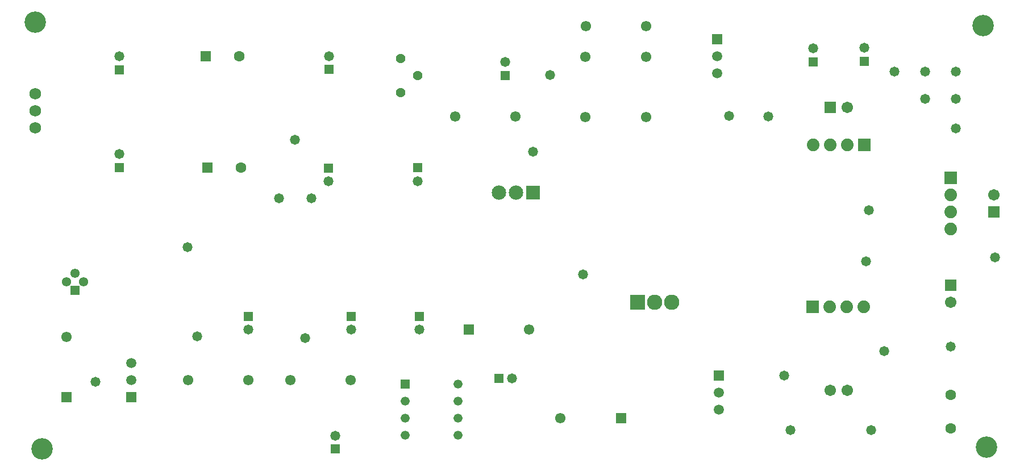
<source format=gbr>
%TF.GenerationSoftware,Altium Limited,Altium Designer,21.2.2 (38)*%
G04 Layer_Color=8388736*
%FSLAX26Y26*%
%MOIN*%
%TF.SameCoordinates,77551777-079B-400F-9D4E-00EB0A9A3649*%
%TF.FilePolarity,Negative*%
%TF.FileFunction,Soldermask,Top*%
%TF.Part,Single*%
G01*
G75*
%TA.AperFunction,ComponentPad*%
%ADD44R,0.058197X0.058197*%
%ADD45C,0.058197*%
%ADD46C,0.084181*%
%ADD47R,0.084181X0.084181*%
%ADD48R,0.059181X0.059181*%
%ADD49C,0.059181*%
%ADD50C,0.067055*%
%ADD51R,0.067055X0.067055*%
%ADD52R,0.063118X0.063118*%
%ADD53C,0.063118*%
%ADD54C,0.068000*%
%ADD55C,0.054535*%
%ADD56R,0.054535X0.054535*%
%ADD57C,0.061150*%
%ADD58R,0.061150X0.061150*%
%ADD59R,0.061150X0.061150*%
%ADD60R,0.058197X0.058197*%
%ADD61C,0.052606*%
%ADD62R,0.052606X0.052606*%
%ADD63C,0.074142*%
%ADD64R,0.074142X0.074142*%
%ADD65R,0.074142X0.074142*%
%ADD66R,0.067055X0.067055*%
%ADD67C,0.090087*%
%ADD68R,0.090087X0.090087*%
%ADD69C,0.056425*%
%TA.AperFunction,ViaPad*%
%ADD70C,0.058000*%
%ADD71C,0.126110*%
D44*
X6745000Y4431260D02*
D03*
X7045000Y4435000D02*
D03*
X3900000Y3808740D02*
D03*
X3905000Y4386260D02*
D03*
X2675000Y4385000D02*
D03*
Y3811260D02*
D03*
X3430000Y2938740D02*
D03*
X4434078D02*
D03*
X4422300Y3809927D02*
D03*
X4032316Y2938740D02*
D03*
X3939646Y2160019D02*
D03*
X4935549Y4351451D02*
D03*
D45*
X6745000Y4510000D02*
D03*
X7045000Y4513740D02*
D03*
X4935549Y4430191D02*
D03*
X3900000Y3730000D02*
D03*
X3905000Y4465000D02*
D03*
X2675000Y4463740D02*
D03*
Y3890000D02*
D03*
X3430000Y2860000D02*
D03*
X4434078D02*
D03*
X4422300Y3731187D02*
D03*
X4978740Y2573822D02*
D03*
X4032316Y2860000D02*
D03*
X3939646Y2238759D02*
D03*
D46*
X4900000Y3665000D02*
D03*
X5000000D02*
D03*
D47*
X5100000D02*
D03*
D48*
X6190000Y2590000D02*
D03*
X2745514Y2464117D02*
D03*
X6180000Y4565000D02*
D03*
D49*
X6190000Y2490000D02*
D03*
Y2390000D02*
D03*
X2745514Y2664117D02*
D03*
Y2564117D02*
D03*
X6180000Y4365000D02*
D03*
Y4465000D02*
D03*
D50*
X7550000Y3020000D02*
D03*
X6945000Y4165000D02*
D03*
Y2505000D02*
D03*
X6845000D02*
D03*
X7805000Y3650000D02*
D03*
D51*
X7550000Y3120000D02*
D03*
X7805000Y3550000D02*
D03*
D52*
X3181575Y4465000D02*
D03*
X3191575Y3810000D02*
D03*
D53*
X3378425Y4465000D02*
D03*
X3388425Y3810000D02*
D03*
X7550000Y2478425D02*
D03*
Y2281575D02*
D03*
D54*
X2180000Y4245000D02*
D03*
Y4145000D02*
D03*
Y4045000D02*
D03*
D55*
X2365000Y3140000D02*
D03*
X2415000Y3190000D02*
D03*
X2465000Y3140000D02*
D03*
D56*
X2415000Y3090000D02*
D03*
D57*
X2365000Y2817165D02*
D03*
X3677835Y2565000D02*
D03*
X4032165D02*
D03*
X5077165Y2860000D02*
D03*
X4997165Y4110000D02*
D03*
X4642835D02*
D03*
X5261725Y2341592D02*
D03*
X3077835Y2565000D02*
D03*
X3432165D02*
D03*
X5765000Y4107835D02*
D03*
Y4462165D02*
D03*
X5763786Y4640578D02*
D03*
X5409455D02*
D03*
X5408108Y4462165D02*
D03*
Y4107835D02*
D03*
D58*
X2365000Y2462835D02*
D03*
D59*
X4722835Y2860000D02*
D03*
X5616056Y2341592D02*
D03*
D60*
X4900000Y2573822D02*
D03*
D61*
X4661952Y2540750D02*
D03*
Y2440750D02*
D03*
Y2340750D02*
D03*
Y2240750D02*
D03*
X4349433D02*
D03*
Y2340750D02*
D03*
Y2440750D02*
D03*
D62*
Y2540750D02*
D03*
D63*
X7040000Y2995000D02*
D03*
X6940000D02*
D03*
X6840000D02*
D03*
X7550000Y3650000D02*
D03*
Y3550000D02*
D03*
Y3450000D02*
D03*
X6745000Y3945000D02*
D03*
X6845000D02*
D03*
X6945000D02*
D03*
D64*
X6740000Y2995000D02*
D03*
X7045000Y3945000D02*
D03*
D65*
X7550000Y3750000D02*
D03*
D66*
X6845000Y4165000D02*
D03*
D67*
X5915000Y3020000D02*
D03*
X5815000D02*
D03*
D68*
X5715000D02*
D03*
D69*
X4325000Y4250197D02*
D03*
X4424803Y4350118D02*
D03*
X4325000Y4450000D02*
D03*
D70*
X5395000Y3185000D02*
D03*
X7055000Y3260000D02*
D03*
X5100000Y3905000D02*
D03*
X5200000Y4355000D02*
D03*
X2535000Y2555000D02*
D03*
X3075000Y3345000D02*
D03*
X3130000Y2820000D02*
D03*
X6480000Y4110000D02*
D03*
X6250000Y4115000D02*
D03*
X7070000Y3560000D02*
D03*
X6610000Y2270000D02*
D03*
X7085000D02*
D03*
X7550000Y2760000D02*
D03*
X7220000Y4375000D02*
D03*
X7400000Y4215000D02*
D03*
Y4375000D02*
D03*
X7580000D02*
D03*
Y4215000D02*
D03*
X7810000Y3285000D02*
D03*
X7160000Y2735000D02*
D03*
X6575000Y2590000D02*
D03*
X7580000Y4040000D02*
D03*
X3610000Y3630000D02*
D03*
X3800000D02*
D03*
X3705000Y3975000D02*
D03*
X3765000Y2810000D02*
D03*
D71*
X7740000Y4645000D02*
D03*
X7760000Y2170000D02*
D03*
X2220000Y2160000D02*
D03*
X2180000Y4665000D02*
D03*
%TF.MD5,5536e05b4cb65a576264b6e87d3e9d7e*%
M02*

</source>
